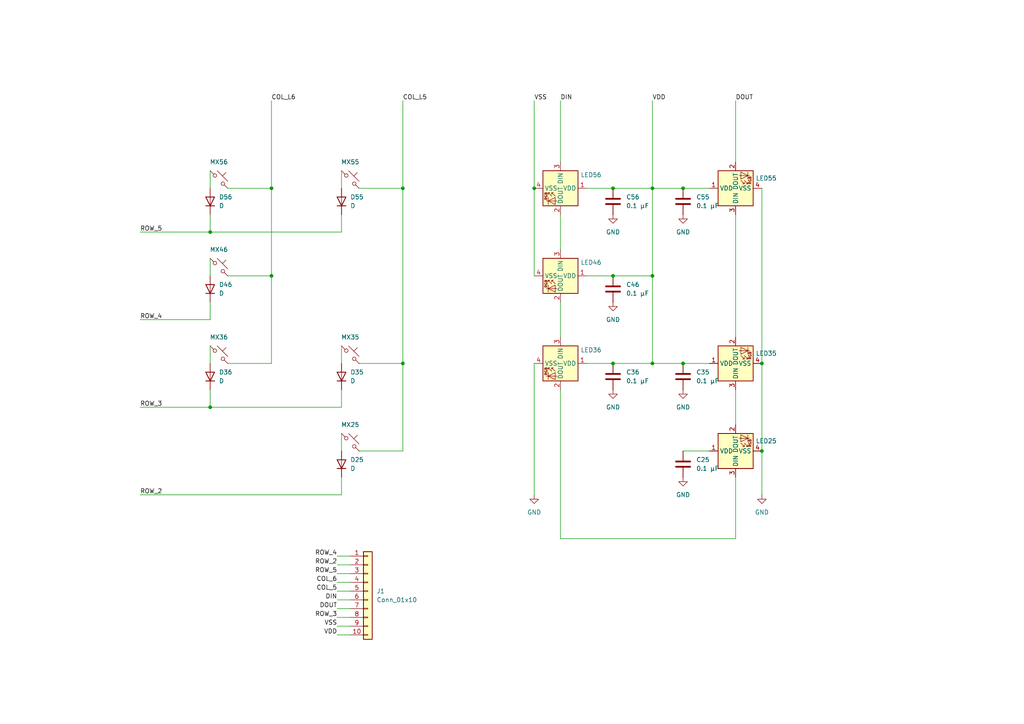
<source format=kicad_sch>
(kicad_sch (version 20250114) (generator "eeschema") (generator_version "9.0")
  (paper "A4")
  (lib_symbols
    (symbol "Connector_Generic:Conn_01x10" (pin_names (offset 1.016) (hide yes))
      (property "Reference" "J" (at 0 12.7 0))
      (property "Value" "Conn_01x10" (at 0 -15.24 0))
      (symbol "Conn_01x10_1_1"
        (rectangle (start -1.27 11.43) (end 1.27 -13.97) (stroke (width 0.254)) (fill (type background)))
        (rectangle (start -1.27 10.287) (end 0 10.033) (stroke (width 0.1524)))
        (rectangle (start -1.27 7.747) (end 0 7.493) (stroke (width 0.1524)))
        (rectangle (start -1.27 5.207) (end 0 4.953) (stroke (width 0.1524)))
        (rectangle (start -1.27 2.667) (end 0 2.413) (stroke (width 0.1524)))
        (rectangle (start -1.27 0.127) (end 0 -0.127) (stroke (width 0.1524)))
        (rectangle (start -1.27 -2.413) (end 0 -2.667) (stroke (width 0.1524)))
        (rectangle (start -1.27 -4.953) (end 0 -5.207) (stroke (width 0.1524)))
        (rectangle (start -1.27 -7.493) (end 0 -7.747) (stroke (width 0.1524)))
        (rectangle (start -1.27 -10.033) (end 0 -10.287) (stroke (width 0.1524)))
        (rectangle (start -1.27 -12.573) (end 0 -12.827) (stroke (width 0.1524)))
        (pin passive line (at -5.08 10.16 0) (length 3.81) (name "Pin_1") (number "1"))
        (pin passive line (at -5.08 7.62 0) (length 3.81) (name "Pin_2") (number "2"))
        (pin passive line (at -5.08 5.08 0) (length 3.81) (name "Pin_3") (number "3"))
        (pin passive line (at -5.08 2.54 0) (length 3.81) (name "Pin_4") (number "4"))
        (pin passive line (at -5.08 0 0) (length 3.81) (name "Pin_5") (number "5"))
        (pin passive line (at -5.08 -2.54 0) (length 3.81) (name "Pin_6") (number "6"))
        (pin passive line (at -5.08 -5.08 0) (length 3.81) (name "Pin_7") (number "7"))
        (pin passive line (at -5.08 -7.62 0) (length 3.81) (name "Pin_8") (number "8"))
        (pin passive line (at -5.08 -10.16 0) (length 3.81) (name "Pin_9") (number "9"))
        (pin passive line (at -5.08 -12.7 0) (length 3.81) (name "Pin_10") (number "10"))
      )
    )
    (symbol "Device:C" (pin_numbers (hide yes)) (pin_names (offset 0.254))
      (property "Reference" "C" (at 0.635 2.54 0))
      (property "Value" "C" (at 0.635 -2.54 0))
      (symbol "C_0_1"
        (polyline (pts (xy -2.032 0.762) (xy 2.032 0.762)) (stroke (width 0.508)))
        (polyline (pts (xy -2.032 -0.762) (xy 2.032 -0.762)) (stroke (width 0.508)))
      )
      (symbol "C_1_1"
        (pin passive line (at 0 3.81 270) (length 2.794) (name "~") (number "1"))
        (pin passive line (at 0 -3.81 90) (length 2.794) (name "~") (number "2"))
      )
    )
    (symbol "Device:D" (pin_numbers (hide yes)) (pin_names (offset 1.016) (hide yes))
      (property "Reference" "D" (at 0 2.54 0))
      (property "Value" "D" (at 0 -2.54 0))
      (symbol "D_0_1"
        (polyline (pts (xy -1.27 1.27) (xy -1.27 -1.27)) (stroke (width 0.254)))
        (polyline (pts (xy 1.27 1.27) (xy 1.27 -1.27) (xy -1.27 0) (xy 1.27 1.27)) (stroke (width 0.254)))
        (polyline (pts (xy 1.27 0) (xy -1.27 0)))
      )
      (symbol "D_1_1"
        (pin passive line (at -3.81 0 0) (length 2.54) (name "K") (number "1"))
        (pin passive line (at 3.81 0 180) (length 2.54) (name "A") (number "2"))
      )
    )
    (symbol "PCM_marbastlib-mx:MX_SK6812MINI-E"
      (property "Reference" "LED" (at 3.175 6.35 0))
      (property "Value" "MX_SK6812MINI-E" (at 10.16 -6.985 0))
      (symbol "MX_SK6812MINI-E_0_0"
        (text "RGB" (at 2.286 -4.191 0) (effects (font (size 0.762 0.762))))
      )
      (symbol "MX_SK6812MINI-E_0_1"
        (rectangle (start -5.08 5.08) (end 5.08 -5.08) (stroke (width 0.254)) (fill (type background)))
        (polyline (pts (xy 1.27 -2.54) (xy 1.778 -2.54)))
        (polyline (pts (xy 1.27 -3.556) (xy 1.778 -3.556)))
        (polyline (pts (xy 2.286 -1.524) (xy 1.27 -2.54) (xy 1.27 -2.032)))
        (polyline (pts (xy 2.286 -2.54) (xy 1.27 -3.556) (xy 1.27 -3.048)))
        (polyline (pts (xy 3.683 -1.016) (xy 3.683 -3.556) (xy 3.683 -4.064)))
        (polyline (pts (xy 4.699 -1.524) (xy 2.667 -1.524) (xy 3.683 -3.556) (xy 4.699 -1.524)))
        (polyline (pts (xy 4.699 -3.556) (xy 2.667 -3.556)))
      )
      (symbol "MX_SK6812MINI-E_1_1"
        (pin input line (at -7.62 0 0) (length 2.54) (name "DIN") (number "3"))
        (pin power_in line (at 0 7.62 270) (length 2.54) (name "VDD") (number "1"))
        (pin power_in line (at 0 -7.62 90) (length 2.54) (name "VSS") (number "4"))
        (pin output line (at 7.62 0 180) (length 2.54) (name "DOUT") (number "2"))
      )
    )
    (symbol "PCM_marbastlib-mx:MX_SW_HS_CPG151101S11" (pin_numbers (hide yes)) (pin_names (offset 1.016) (hide yes))
      (property "Reference" "MX" (at 3.048 1.016 0))
      (property "Value" "MX_SW_HS" (at 0 -3.81 0))
      (symbol "MX_SW_HS_CPG151101S11_0_1"
        (polyline (pts (xy -2.54 2.54) (xy -1.524 1.524) (xy -1.524 1.524)))
        (circle (center -1.1684 1.1684) (radius 0.508))
        (polyline (pts (xy -0.508 2.54) (xy 2.54 -0.508)))
        (polyline (pts (xy 1.016 1.016) (xy 2.032 2.032)))
        (circle (center 1.143 -1.1938) (radius 0.508))
        (polyline (pts (xy 1.524 -1.524) (xy 2.54 -2.54) (xy 2.54 -2.54) (xy 2.54 -2.54)))
        (pin passive line (at -2.54 2.54 0) (length 0) (name "1") (number "1"))
        (pin passive line (at 2.54 -2.54 180) (length 0) (name "2") (number "2"))
      )
    )
    (symbol "power:GND" (power) (pin_numbers (hide yes)) (pin_names (offset 0) (hide yes))
      (property "Value" "GND" (at 0 -3.81 0))
      (symbol "GND_0_1"
        (polyline (pts (xy 0 0) (xy 0 -1.27) (xy 1.27 -1.27) (xy 0 -2.54) (xy -1.27 -1.27) (xy 0 -1.27)))
      )
      (symbol "GND_1_1"
        (pin power_in line (at 0 0 270) (length 0) (name "~") (number "1"))
      )
    )
  )
  (junction (at 177.8 105.41))
  (junction (at 177.8 54.61))
  (junction (at 78.74 80.01))
  (junction (at 220.98 105.41))
  (junction (at 189.23 80.01))
  (junction (at 116.84 54.61))
  (junction (at 154.94 54.61))
  (junction (at 198.12 105.41))
  (junction (at 116.84 105.41))
  (junction (at 78.74 54.61))
  (junction (at 198.12 54.61))
  (junction (at 189.23 105.41))
  (junction (at 177.8 80.01))
  (junction (at 60.96 118.11))
  (junction (at 220.98 130.81))
  (junction (at 189.23 54.61))
  (junction (at 60.96 67.31))
  (wire (pts (xy 40.64 67.31) (xy 60.96 67.31)))
  (wire (pts (xy 213.36 62.23) (xy 213.36 97.79)))
  (wire (pts (xy 60.96 92.71) (xy 60.96 87.63)))
  (wire (pts (xy 220.98 130.81) (xy 220.98 143.51)))
  (wire (pts (xy 99.06 118.11) (xy 99.06 113.03)))
  (wire (pts (xy 213.36 29.21) (xy 213.36 46.99)))
  (wire (pts (xy 162.56 113.03) (xy 162.56 156.21)))
  (wire (pts (xy 189.23 54.61) (xy 198.12 54.61)))
  (wire (pts (xy 40.64 143.51) (xy 99.06 143.51)))
  (wire (pts (xy 99.06 138.43) (xy 99.06 143.51)))
  (wire (pts (xy 97.79 179.07) (xy 101.6 179.07)))
  (wire (pts (xy 170.18 105.41) (xy 177.8 105.41)))
  (wire (pts (xy 154.94 29.21) (xy 154.94 54.61)))
  (wire (pts (xy 40.64 92.71) (xy 60.96 92.71)))
  (wire (pts (xy 198.12 130.81) (xy 205.74 130.81)))
  (wire (pts (xy 99.06 49.53) (xy 99.06 54.61)))
  (wire (pts (xy 116.84 29.21) (xy 116.84 54.61)))
  (wire (pts (xy 154.94 105.41) (xy 154.94 143.51)))
  (wire (pts (xy 66.04 54.61) (xy 78.74 54.61)))
  (wire (pts (xy 97.79 171.45) (xy 101.6 171.45)))
  (wire (pts (xy 60.96 100.33) (xy 60.96 105.41)))
  (wire (pts (xy 97.79 163.83) (xy 101.6 163.83)))
  (wire (pts (xy 104.14 54.61) (xy 116.84 54.61)))
  (wire (pts (xy 116.84 130.81) (xy 116.84 105.41)))
  (wire (pts (xy 60.96 67.31) (xy 60.96 62.23)))
  (wire (pts (xy 97.79 166.37) (xy 101.6 166.37)))
  (wire (pts (xy 99.06 62.23) (xy 99.06 67.31)))
  (wire (pts (xy 170.18 54.61) (xy 177.8 54.61)))
  (wire (pts (xy 60.96 49.53) (xy 60.96 54.61)))
  (wire (pts (xy 97.79 181.61) (xy 101.6 181.61)))
  (wire (pts (xy 162.56 62.23) (xy 162.56 72.39)))
  (wire (pts (xy 154.94 54.61) (xy 154.94 80.01)))
  (wire (pts (xy 97.79 184.15) (xy 101.6 184.15)))
  (wire (pts (xy 99.06 125.73) (xy 99.06 130.81)))
  (wire (pts (xy 78.74 105.41) (xy 78.74 80.01)))
  (wire (pts (xy 220.98 54.61) (xy 220.98 105.41)))
  (wire (pts (xy 60.96 118.11) (xy 99.06 118.11)))
  (wire (pts (xy 116.84 105.41) (xy 104.14 105.41)))
  (wire (pts (xy 170.18 80.01) (xy 177.8 80.01)))
  (wire (pts (xy 78.74 54.61) (xy 78.74 80.01)))
  (wire (pts (xy 116.84 54.61) (xy 116.84 105.41)))
  (wire (pts (xy 162.56 87.63) (xy 162.56 97.79)))
  (wire (pts (xy 162.56 29.21) (xy 162.56 46.99)))
  (wire (pts (xy 189.23 29.21) (xy 189.23 54.61)))
  (wire (pts (xy 177.8 105.41) (xy 189.23 105.41)))
  (wire (pts (xy 220.98 105.41) (xy 220.98 130.81)))
  (wire (pts (xy 213.36 113.03) (xy 213.36 123.19)))
  (wire (pts (xy 104.14 130.81) (xy 116.84 130.81)))
  (wire (pts (xy 78.74 29.21) (xy 78.74 54.61)))
  (wire (pts (xy 60.96 67.31) (xy 99.06 67.31)))
  (wire (pts (xy 60.96 113.03) (xy 60.96 118.11)))
  (wire (pts (xy 60.96 74.93) (xy 60.96 80.01)))
  (wire (pts (xy 97.79 173.99) (xy 101.6 173.99)))
  (wire (pts (xy 66.04 105.41) (xy 78.74 105.41)))
  (wire (pts (xy 97.79 176.53) (xy 101.6 176.53)))
  (wire (pts (xy 162.56 156.21) (xy 213.36 156.21)))
  (wire (pts (xy 213.36 156.21) (xy 213.36 138.43)))
  (wire (pts (xy 97.79 168.91) (xy 101.6 168.91)))
  (wire (pts (xy 97.79 161.29) (xy 101.6 161.29)))
  (wire (pts (xy 189.23 80.01) (xy 189.23 54.61)))
  (wire (pts (xy 78.74 80.01) (xy 66.04 80.01)))
  (wire (pts (xy 189.23 80.01) (xy 177.8 80.01)))
  (wire (pts (xy 189.23 54.61) (xy 177.8 54.61)))
  (wire (pts (xy 198.12 54.61) (xy 205.74 54.61)))
  (wire (pts (xy 189.23 105.41) (xy 189.23 80.01)))
  (wire (pts (xy 189.23 105.41) (xy 198.12 105.41)))
  (wire (pts (xy 198.12 105.41) (xy 205.74 105.41)))
  (wire (pts (xy 99.06 100.33) (xy 99.06 105.41)))
  (wire (pts (xy 40.64 118.11) (xy 60.96 118.11)))
  (label "COL_5" (at 97.79 171.45 180))
  (label "VDD" (at 97.79 184.15 180))
  (label "VSS" (at 97.79 181.61 180))
  (label "COL_6" (at 97.79 168.91 180))
  (label "ROW_4" (at 40.64 92.71 0))
  (label "VSS" (at 154.94 29.21 0))
  (label "COL_L5" (at 116.84 29.21 0))
  (label "ROW_3" (at 40.64 118.11 0))
  (label "DOUT" (at 213.36 29.21 0))
  (label "ROW_4" (at 97.79 161.29 180))
  (label "VDD" (at 189.23 29.21 0))
  (label "ROW_5" (at 97.79 166.37 180))
  (label "ROW_3" (at 97.79 179.07 180))
  (label "ROW_2" (at 97.79 163.83 180))
  (label "DIN" (at 162.56 29.21 0))
  (label "COL_L6" (at 78.74 29.21 0))
  (label "ROW_2" (at 40.64 143.51 0))
  (label "DIN" (at 97.79 173.99 180))
  (label "ROW_5" (at 40.64 67.31 0))
  (label "DOUT" (at 97.79 176.53 180))
  (symbol (lib_id "Device:C") (at 177.8 109.22 0) (unit 1)
    (property "Reference" "C36" (at 181.61 107.9499 0) (effects (justify left)))
    (property "Value" "0.1 µF" (at 181.61 110.4899 0) (effects (justify left)))
    (property "Description" "Unpolarized capacitor" (effects (hide yes)))
  )
  (symbol (lib_id "Device:C") (at 198.12 58.42 0) (unit 1)
    (property "Reference" "C55" (at 201.93 57.1499 0) (effects (justify left)))
    (property "Value" "0.1 µF" (at 201.93 59.6899 0) (effects (justify left)))
    (property "Description" "Unpolarized capacitor" (effects (hide yes)))
  )
  (symbol (lib_id "PCM_marbastlib-mx:MX_SK6812MINI-E") (at 162.56 105.41 270) (unit 1)
    (property "Reference" "LED36" (at 171.45 101.5298 90))
    (property "Value" "MX_SK6812MINI-E" (effects (hide yes)))
    (property "Footprint" "PCM_marbastlib-mx:LED_MX_6028R" (effects (hide yes)))
    (property "Description" "Reverse mount adressable LED (WS2812 protocol)" (effects (hide yes)))
  )
  (symbol (lib_id "Device:C") (at 177.8 58.42 0) (unit 1)
    (property "Reference" "C56" (at 181.61 57.1499 0) (effects (justify left)))
    (property "Value" "0.1 µF" (at 181.61 59.6899 0) (effects (justify left)))
    (property "Description" "Unpolarized capacitor" (effects (hide yes)))
  )
  (symbol (lib_id "power:GND") (at 198.12 113.03 0) (unit 1)
    (property "Reference" "#PWR08" (effects (hide yes)))
    (property "Value" "GND" (at 198.12 118.11 0))
    (property "Description" "Power symbol creates a global label with name \"GND\" , ground" (effects (hide yes)))
  )
  (symbol (lib_id "Device:D") (at 99.06 109.22 90) (unit 1)
    (property "Reference" "D35" (at 101.6 107.9499 90) (effects (justify right)))
    (property "Value" "D" (at 101.6 110.4899 90) (effects (justify right)))
    (property "Description" "Diode" (effects (hide yes)))
    (property "Sim.Device" "D" (effects (hide yes)))
    (property "Sim.Pins" "1=K 2=A" (effects (hide yes)))
  )
  (symbol (lib_id "PCM_marbastlib-mx:MX_SK6812MINI-E") (at 162.56 54.61 270) (unit 1)
    (property "Reference" "LED56" (at 171.45 50.7298 90))
    (property "Value" "MX_SK6812MINI-E" (effects (hide yes)))
    (property "Footprint" "PCM_marbastlib-mx:LED_MX_6028R" (effects (hide yes)))
    (property "Description" "Reverse mount adressable LED (WS2812 protocol)" (effects (hide yes)))
  )
  (symbol (lib_id "PCM_marbastlib-mx:MX_SW_HS_CPG151101S11") (at 63.5 102.87 0) (unit 1)
    (property "Reference" "MX36" (at 63.5 97.79 0))
    (property "Value" "MX_SW_HS" (effects (hide yes)))
    (property "Footprint" "PCM_marbastlib-mx:SW_MX_HS_CPG151101S11_1u" (effects (hide yes)))
    (property "Description" "Push button switch, normally open, two pins, 45° tilted, Kailh CPG151101S11 for Cherry MX style switches" (effects (hide yes)))
  )
  (symbol (lib_id "Connector_Generic:Conn_01x10") (at 106.68 171.45 0) (unit 1)
    (property "Reference" "J1" (at 109.22 171.4499 0) (effects (justify left)))
    (property "Value" "Conn_01x10" (at 109.22 173.9899 0) (effects (justify left)))
    (property "Description" "Generic connector, single row, 01x10, script generated (kicad-library-utils/schlib/autogen/connector/)" (effects (hide yes)))
  )
  (symbol (lib_id "PCM_marbastlib-mx:MX_SK6812MINI-E") (at 213.36 130.81 90) (unit 1)
    (property "Reference" "LED25" (at 222.25 127.9046 90))
    (property "Value" "MX_SK6812MINI-E" (effects (hide yes)))
    (property "Footprint" "PCM_marbastlib-mx:LED_MX_6028R" (effects (hide yes)))
    (property "Description" "Reverse mount adressable LED (WS2812 protocol)" (effects (hide yes)))
  )
  (symbol (lib_id "power:GND") (at 177.8 87.63 0) (unit 1)
    (property "Reference" "#PWR03" (effects (hide yes)))
    (property "Value" "GND" (at 177.8 92.71 0))
    (property "Description" "Power symbol creates a global label with name \"GND\" , ground" (effects (hide yes)))
  )
  (symbol (lib_id "Device:D") (at 99.06 58.42 90) (unit 1)
    (property "Reference" "D55" (at 101.6 57.1499 90) (effects (justify right)))
    (property "Value" "D" (at 101.6 59.6899 90) (effects (justify right)))
    (property "Description" "Diode" (effects (hide yes)))
    (property "Sim.Device" "D" (effects (hide yes)))
    (property "Sim.Pins" "1=K 2=A" (effects (hide yes)))
  )
  (symbol (lib_id "PCM_marbastlib-mx:MX_SK6812MINI-E") (at 162.56 80.01 270) (unit 1)
    (property "Reference" "LED46" (at 171.45 76.1298 90))
    (property "Value" "MX_SK6812MINI-E" (effects (hide yes)))
    (property "Footprint" "PCM_marbastlib-mx:LED_MX_6028R" (effects (hide yes)))
    (property "Description" "Reverse mount adressable LED (WS2812 protocol)" (effects (hide yes)))
  )
  (symbol (lib_id "Device:D") (at 60.96 83.82 90) (unit 1)
    (property "Reference" "D46" (at 63.5 82.5499 90) (effects (justify right)))
    (property "Value" "D" (at 63.5 85.0899 90) (effects (justify right)))
    (property "Description" "Diode" (effects (hide yes)))
    (property "Sim.Device" "D" (effects (hide yes)))
    (property "Sim.Pins" "1=K 2=A" (effects (hide yes)))
  )
  (symbol (lib_id "Device:C") (at 198.12 134.62 0) (unit 1)
    (property "Reference" "C25" (at 201.93 133.3499 0) (effects (justify left)))
    (property "Value" "0.1 µF" (at 201.93 135.8899 0) (effects (justify left)))
    (property "Description" "Unpolarized capacitor" (effects (hide yes)))
  )
  (symbol (lib_id "Device:C") (at 177.8 83.82 0) (unit 1)
    (property "Reference" "C46" (at 181.61 82.5499 0) (effects (justify left)))
    (property "Value" "0.1 µF" (at 181.61 85.0899 0) (effects (justify left)))
    (property "Description" "Unpolarized capacitor" (effects (hide yes)))
  )
  (symbol (lib_id "power:GND") (at 198.12 138.43 0) (unit 1)
    (property "Reference" "#PWR07" (effects (hide yes)))
    (property "Value" "GND" (at 198.12 143.51 0))
    (property "Description" "Power symbol creates a global label with name \"GND\" , ground" (effects (hide yes)))
  )
  (symbol (lib_id "PCM_marbastlib-mx:MX_SW_HS_CPG151101S11") (at 101.6 102.87 0) (unit 1)
    (property "Reference" "MX35" (at 101.6 97.79 0))
    (property "Value" "MX_SW_HS" (effects (hide yes)))
    (property "Footprint" "PCM_marbastlib-mx:SW_MX_HS_CPG151101S11_1u" (effects (hide yes)))
    (property "Description" "Push button switch, normally open, two pins, 45° tilted, Kailh CPG151101S11 for Cherry MX style switches" (effects (hide yes)))
  )
  (symbol (lib_id "PCM_marbastlib-mx:MX_SK6812MINI-E") (at 213.36 54.61 90) (unit 1)
    (property "Reference" "LED55" (at 222.25 51.7046 90))
    (property "Value" "MX_SK6812MINI-E" (effects (hide yes)))
    (property "Footprint" "PCM_marbastlib-mx:LED_MX_6028R" (effects (hide yes)))
    (property "Description" "Reverse mount adressable LED (WS2812 protocol)" (effects (hide yes)))
  )
  (symbol (lib_id "PCM_marbastlib-mx:MX_SW_HS_CPG151101S11") (at 101.6 128.27 0) (unit 1)
    (property "Reference" "MX25" (at 101.6 123.19 0))
    (property "Value" "MX_SW_HS" (effects (hide yes)))
    (property "Footprint" "PCM_marbastlib-mx:SW_MX_HS_CPG151101S11_1u" (effects (hide yes)))
    (property "Description" "Push button switch, normally open, two pins, 45° tilted, Kailh CPG151101S11 for Cherry MX style switches" (effects (hide yes)))
  )
  (symbol (lib_id "power:GND") (at 198.12 62.23 0) (unit 1)
    (property "Reference" "#PWR04" (effects (hide yes)))
    (property "Value" "GND" (at 198.12 67.31 0))
    (property "Description" "Power symbol creates a global label with name \"GND\" , ground" (effects (hide yes)))
  )
  (symbol (lib_id "PCM_marbastlib-mx:MX_SW_HS_CPG151101S11") (at 63.5 52.07 0) (unit 1)
    (property "Reference" "MX56" (at 63.5 46.99 0))
    (property "Value" "MX_SW_HS" (effects (hide yes)))
    (property "Footprint" "PCM_marbastlib-mx:SW_MX_HS_CPG151101S11_1u" (effects (hide yes)))
    (property "Description" "Push button switch, normally open, two pins, 45° tilted, Kailh CPG151101S11 for Cherry MX style switches" (effects (hide yes)))
  )
  (symbol (lib_id "PCM_marbastlib-mx:MX_SK6812MINI-E") (at 213.36 105.41 90) (unit 1)
    (property "Reference" "LED35" (at 222.25 102.5046 90))
    (property "Value" "MX_SK6812MINI-E" (effects (hide yes)))
    (property "Footprint" "PCM_marbastlib-mx:LED_MX_6028R" (effects (hide yes)))
    (property "Description" "Reverse mount adressable LED (WS2812 protocol)" (effects (hide yes)))
  )
  (symbol (lib_id "Device:C") (at 198.12 109.22 0) (unit 1)
    (property "Reference" "C35" (at 201.93 107.9499 0) (effects (justify left)))
    (property "Value" "0.1 µF" (at 201.93 110.4899 0) (effects (justify left)))
    (property "Description" "Unpolarized capacitor" (effects (hide yes)))
  )
  (symbol (lib_id "Device:D") (at 60.96 58.42 90) (unit 1)
    (property "Reference" "D56" (at 63.5 57.1499 90) (effects (justify right)))
    (property "Value" "D" (at 63.5 59.6899 90) (effects (justify right)))
    (property "Description" "Diode" (effects (hide yes)))
    (property "Sim.Device" "D" (effects (hide yes)))
    (property "Sim.Pins" "1=K 2=A" (effects (hide yes)))
  )
  (symbol (lib_id "Device:D") (at 99.06 134.62 90) (unit 1)
    (property "Reference" "D25" (at 101.6 133.3499 90) (effects (justify right)))
    (property "Value" "D" (at 101.6 135.8899 90) (effects (justify right)))
    (property "Description" "Diode" (effects (hide yes)))
    (property "Sim.Device" "D" (effects (hide yes)))
    (property "Sim.Pins" "1=K 2=A" (effects (hide yes)))
  )
  (symbol (lib_id "power:GND") (at 154.94 143.51 0) (unit 1)
    (property "Reference" "#PWR02" (effects (hide yes)))
    (property "Value" "GND" (at 154.94 148.59 0))
    (property "Description" "Power symbol creates a global label with name \"GND\" , ground" (effects (hide yes)))
  )
  (symbol (lib_id "power:GND") (at 177.8 113.03 0) (unit 1)
    (property "Reference" "#PWR06" (effects (hide yes)))
    (property "Value" "GND" (at 177.8 118.11 0))
    (property "Description" "Power symbol creates a global label with name \"GND\" , ground" (effects (hide yes)))
  )
  (symbol (lib_id "PCM_marbastlib-mx:MX_SW_HS_CPG151101S11") (at 63.5 77.47 0) (unit 1)
    (property "Reference" "MX46" (at 63.5 72.39 0))
    (property "Value" "MX_SW_HS" (effects (hide yes)))
    (property "Footprint" "PCM_marbastlib-mx:SW_MX_HS_CPG151101S11_1u" (effects (hide yes)))
    (property "Description" "Push button switch, normally open, two pins, 45° tilted, Kailh CPG151101S11 for Cherry MX style switches" (effects (hide yes)))
  )
  (symbol (lib_id "PCM_marbastlib-mx:MX_SW_HS_CPG151101S11") (at 101.6 52.07 0) (unit 1)
    (property "Reference" "MX55" (at 101.6 46.99 0))
    (property "Value" "MX_SW_HS" (effects (hide yes)))
    (property "Footprint" "PCM_marbastlib-mx:SW_MX_HS_CPG151101S11_1u" (effects (hide yes)))
    (property "Description" "Push button switch, normally open, two pins, 45° tilted, Kailh CPG151101S11 for Cherry MX style switches" (effects (hide yes)))
  )
  (symbol (lib_id "power:GND") (at 177.8 62.23 0) (unit 1)
    (property "Reference" "#PWR05" (effects (hide yes)))
    (property "Value" "GND" (at 177.8 67.31 0))
    (property "Description" "Power symbol creates a global label with name \"GND\" , ground" (effects (hide yes)))
  )
  (symbol (lib_id "Device:D") (at 60.96 109.22 90) (unit 1)
    (property "Reference" "D36" (at 63.5 107.9499 90) (effects (justify right)))
    (property "Value" "D" (at 63.5 110.4899 90) (effects (justify right)))
    (property "Description" "Diode" (effects (hide yes)))
    (property "Sim.Device" "D" (effects (hide yes)))
    (property "Sim.Pins" "1=K 2=A" (effects (hide yes)))
  )
  (symbol (lib_id "power:GND") (at 220.98 143.51 0) (unit 1)
    (property "Reference" "#PWR01" (effects (hide yes)))
    (property "Value" "GND" (at 220.98 148.59 0))
    (property "Description" "Power symbol creates a global label with name \"GND\" , ground" (effects (hide yes)))
  )
)
</source>
